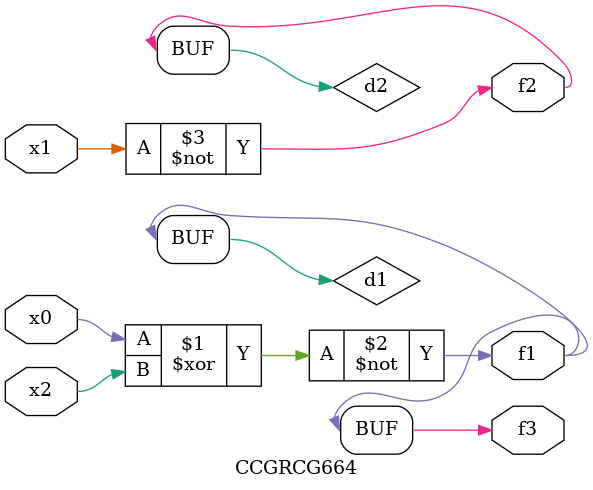
<source format=v>
module CCGRCG664(
	input x0, x1, x2,
	output f1, f2, f3
);

	wire d1, d2, d3;

	xnor (d1, x0, x2);
	nand (d2, x1);
	nor (d3, x1, x2);
	assign f1 = d1;
	assign f2 = d2;
	assign f3 = d1;
endmodule

</source>
